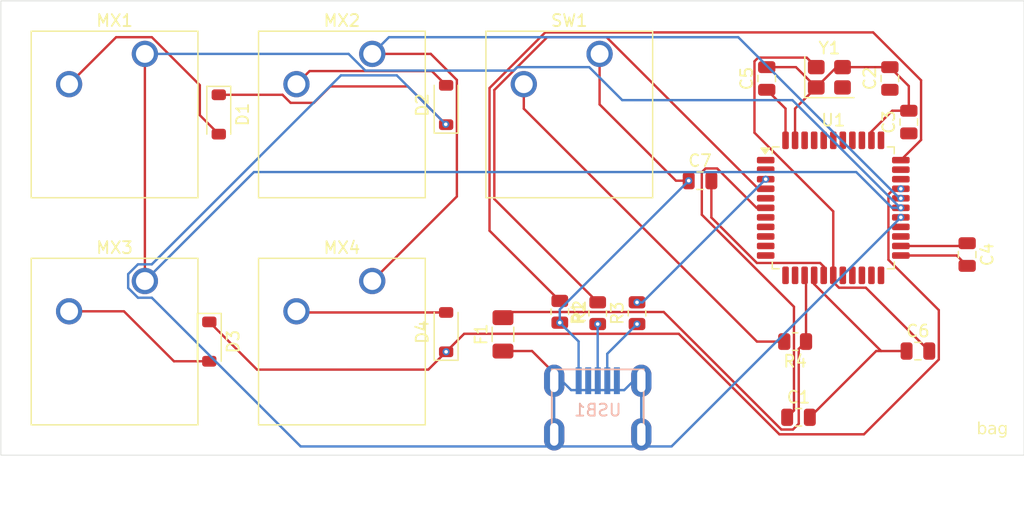
<source format=kicad_pcb>
(kicad_pcb (version 20241229) (generator "pcbnew") (generator_version "9.0")
  (layers (0 "F.Cu" signal) (2 "B.Cu" signal) (13 "F.Paste" user) (15 "B.Paste" user) (5 "F.SilkS" user "F.Silkscreen") (7 "B.SilkS" user "B.Silkscreen") (1 "F.Mask" user) (3 "B.Mask" user) (25 "Edge.Cuts" user))
  (net 0 "")
  (net 1 "Net-(U1-UCAP)")
  (net 2 "GND")
  (net 3 "+5V")
  (net 4 "Net-(U1-XTAL1)")
  (net 5 "Net-(U1-XTAL2)")
  (net 6 "Net-(D1-A)")
  (net 7 "/ROW0")
  (net 8 "Net-(D2-A)")
  (net 9 "Net-(D3-A)")
  (net 10 "/ROW1")
  (net 11 "Net-(D4-A)")
  (net 12 "VCC")
  (net 13 "/COL0")
  (net 14 "/COL1")
  (net 15 "/D+")
  (net 16 "Net-(U1-D+)")
  (net 17 "Net-(U1-~{HWB}{slash}PE2)")
  (net 18 "Net-(U1-D-)")
  (net 19 "/D-")
  (net 20 "Net-(U1-~{RESET})")
  (footprint "Button_Switch_Keyboard:SW_Cherry_MX_1.00u_PCB" (layer "F.Cu") (at 96.99625 97.31375)
    (property "Reference" "MX4" (at -2.54 -2.794 0) (layer "F.SilkS"))
    (property "Value" "MX-NoLED")
    (fp_line (start -9.525 -1.905) (end 4.445 -1.905) (stroke (width 0.12)) (layer "F.SilkS"))
    (fp_line (start -9.525 12.065) (end -9.525 -1.905) (stroke (width 0.12)) (layer "F.SilkS"))
    (fp_line (start 4.445 -1.905) (end 4.445 12.065) (stroke (width 0.12)) (layer "F.SilkS"))
    (fp_line (start 4.445 12.065) (end -9.525 12.065) (stroke (width 0.12)) (layer "F.SilkS"))
    (pad "" np_thru_hole circle (at -7.62 5.08) (size 1.7 1.7) (drill 1.7) (layers "*.Cu" "*.Mask"))
    (pad "" np_thru_hole circle (at -2.54 5.08) (size 4 4) (drill 4) (layers "*.Cu" "*.Mask"))
    (pad "" np_thru_hole circle (at 2.54 5.08) (size 1.7 1.7) (drill 1.7) (layers "*.Cu" "*.Mask"))
    (pad "1" thru_hole circle (at 0 0) (size 2.2 2.2) (drill 1.5) (layers "*.Cu" "*.Mask") (net 14 "/COL1"))
    (pad "2" thru_hole circle (at -6.35 2.54) (size 2.2 2.2) (drill 1.5) (layers "*.Cu" "*.Mask") (net 11 "Net-(D4-A)"))
  )
  (footprint "Resistor_SMD:R_0805_2012Metric" (layer "F.Cu") (at 115.8875 100.0125 90)
    (property "Reference" "R1" (at 0 -1.65 90) (layer "F.SilkS"))
    (property "Value" "22")
    (fp_line (start -0.227064 -0.735) (end 0.227064 -0.735) (stroke (width 0.12)) (layer "F.SilkS"))
    (fp_line (start -0.227064 0.735) (end 0.227064 0.735) (stroke (width 0.12)) (layer "F.SilkS"))
    (pad "1" smd roundrect (at -0.9125 0 90) (size 1.025 1.4) (layers "F.Cu" "F.Mask" "F.Paste") (roundrect_rratio 0.243902) (net 15 "/D+"))
    (pad "2" smd roundrect (at 0.9125 0 90) (size 1.025 1.4) (layers "F.Cu" "F.Mask" "F.Paste") (roundrect_rratio 0.243902) (net 16 "Net-(U1-D+)"))
  )
  (footprint "Resistor_SMD:R_0805_2012Metric" (layer "F.Cu") (at 112.7125 99.89375 -90)
    (property "Reference" "R2" (at 0 -1.65 90) (layer "F.SilkS"))
    (property "Value" "10k")
    (fp_line (start -0.227064 0.735) (end 0.227064 0.735) (stroke (width 0.12)) (layer "F.SilkS"))
    (fp_line (start -0.227064 -0.735) (end 0.227064 -0.735) (stroke (width 0.12)) (layer "F.SilkS"))
    (pad "1" smd roundrect (at -0.9125 0 270) (size 1.025 1.4) (layers "F.Cu" "F.Mask" "F.Paste") (roundrect_rratio 0.243902) (net 17 "Net-(U1-~{HWB}{slash}PE2)"))
    (pad "2" smd roundrect (at 0.9125 0 270) (size 1.025 1.4) (layers "F.Cu" "F.Mask" "F.Paste") (roundrect_rratio 0.243902) (net 2 "GND"))
  )
  (footprint "Capacitor_SMD:C_0805_2012Metric" (layer "F.Cu") (at 146.84375 95.09375 -90)
    (property "Reference" "C4" (at 0 -1.68 90) (layer "F.SilkS"))
    (property "Value" "0.1uF")
    (fp_line (start -0.261252 0.735) (end 0.261252 0.735) (stroke (width 0.12)) (layer "F.SilkS"))
    (fp_line (start -0.261252 -0.735) (end 0.261252 -0.735) (stroke (width 0.12)) (layer "F.SilkS"))
    (pad "1" smd roundrect (at -0.95 0 270) (size 1 1.45) (layers "F.Cu" "F.Mask" "F.Paste") (net 3 "+5V"))
    (pad "2" smd roundrect (at 0.95 0 270) (size 1 1.45) (layers "F.Cu" "F.Mask" "F.Paste") (net 2 "GND"))
  )
  (footprint "Capacitor_SMD:C_0805_2012Metric" (layer "F.Cu") (at 140.36875 80.325 90)
    (property "Reference" "C2" (at 0 -1.68 90) (layer "F.SilkS"))
    (property "Value" "0.1uF")
    (fp_line (start -0.261252 -0.735) (end 0.261252 -0.735) (stroke (width 0.12)) (layer "F.SilkS"))
    (fp_line (start -0.261252 0.735) (end 0.261252 0.735) (stroke (width 0.12)) (layer "F.SilkS"))
    (pad "1" smd roundrect (at -0.95 0 90) (size 1 1.45) (layers "F.Cu" "F.Mask" "F.Paste") (net 3 "+5V"))
    (pad "2" smd roundrect (at 0.95 0 90) (size 1 1.45) (layers "F.Cu" "F.Mask" "F.Paste") (net 2 "GND"))
  )
  (footprint "Diode_SMD:D_SOD-123" (layer "F.Cu") (at 83.34375 102.39375 -90)
    (property "Reference" "D3" (at 0 -2 90) (layer "F.SilkS"))
    (property "Value" "D_Small")
    (fp_line (start -2.36 1) (end 1.65 1) (stroke (width 0.12)) (layer "F.SilkS"))
    (fp_line (start -2.36 -1) (end -2.36 1) (stroke (width 0.12)) (layer "F.SilkS"))
    (fp_line (start -2.36 -1) (end 1.65 -1) (stroke (width 0.12)) (layer "F.SilkS"))
    (pad "1" smd roundrect (at -1.65 0 270) (size 0.9 1.2) (layers "F.Cu" "F.Mask" "F.Paste") (net 10 "/ROW1"))
    (pad "2" smd roundrect (at 1.65 0 270) (size 0.9 1.2) (layers "F.Cu" "F.Mask" "F.Paste") (net 9 "Net-(D3-A)"))
  )
  (footprint "Fuse:Fuse_1206_3216Metric" (layer "F.Cu") (at 107.95 101.7875 90)
    (property "Reference" "F1" (at 0 -1.83 90) (layer "F.SilkS"))
    (property "Value" "Polyfuse_Small")
    (fp_line (start -0.602064 -0.91) (end 0.602064 -0.91) (stroke (width 0.12)) (layer "F.SilkS"))
    (fp_line (start -0.602064 0.91) (end 0.602064 0.91) (stroke (width 0.12)) (layer "F.SilkS"))
    (pad "1" smd roundrect (at -1.4 0 90) (size 1.25 1.75) (layers "F.Cu" "F.Mask" "F.Paste") (roundrect_rratio 0.2) (net 12 "VCC"))
    (pad "2" smd roundrect (at 1.4 0 90) (size 1.25 1.75) (layers "F.Cu" "F.Mask" "F.Paste") (roundrect_rratio 0.2) (net 3 "+5V"))
  )
  (footprint "Capacitor_SMD:C_0805_2012Metric" (layer "F.Cu") (at 141.95625 83.98125 90)
    (property "Reference" "C3" (at 0 -1.68 90) (layer "F.SilkS"))
    (property "Value" "0.1uF")
    (fp_line (start -0.261252 -0.735) (end 0.261252 -0.735) (stroke (width 0.12)) (layer "F.SilkS"))
    (fp_line (start -0.261252 0.735) (end 0.261252 0.735) (stroke (width 0.12)) (layer "F.SilkS"))
    (pad "1" smd roundrect (at -0.95 0 90) (size 1 1.45) (layers "F.Cu" "F.Mask" "F.Paste") (net 3 "+5V"))
    (pad "2" smd roundrect (at 0.95 0 90) (size 1 1.45) (layers "F.Cu" "F.Mask" "F.Paste") (net 2 "GND"))
  )
  (footprint "Diode_SMD:D_SOD-123" (layer "F.Cu") (at 103.1875 82.55 90)
    (property "Reference" "D2" (at 0 -2 90) (layer "F.SilkS"))
    (property "Value" "D_Small")
    (fp_line (start -2.36 -1) (end 1.65 -1) (stroke (width 0.12)) (layer "F.SilkS"))
    (fp_line (start -2.36 -1) (end -2.36 1) (stroke (width 0.12)) (layer "F.SilkS"))
    (fp_line (start -2.36 1) (end 1.65 1) (stroke (width 0.12)) (layer "F.SilkS"))
    (pad "1" smd roundrect (at -1.65 0 90) (size 0.9 1.2) (layers "F.Cu" "F.Mask" "F.Paste") (net 7 "/ROW0"))
    (pad "2" smd roundrect (at 1.65 0 90) (size 0.9 1.2) (layers "F.Cu" "F.Mask" "F.Paste") (net 8 "Net-(D2-A)"))
  )
  (footprint "Package_QFP:TQFP-44_10x10mm_P0.8mm" (layer "F.Cu") (at 135.625 91.175)
    (property "Reference" "U1" (at 0 -7.35 0) (layer "F.SilkS"))
    (property "Value" "ATmega32U4-A")
    (fp_line (start -5.11 -5.11) (end -5.11 -4.535) (stroke (width 0.12)) (layer "F.SilkS"))
    (fp_line (start -5.11 5.11) (end -5.11 4.535) (stroke (width 0.12)) (layer "F.SilkS"))
    (fp_line (start -4.535 -5.11) (end -5.11 -5.11) (stroke (width 0.12)) (layer "F.SilkS"))
    (fp_line (start -4.535 5.11) (end -5.11 5.11) (stroke (width 0.12)) (layer "F.SilkS"))
    (fp_line (start 4.535 -5.11) (end 5.11 -5.11) (stroke (width 0.12)) (layer "F.SilkS"))
    (fp_line (start 4.535 5.11) (end 5.11 5.11) (stroke (width 0.12)) (layer "F.SilkS"))
    (fp_line (start 5.11 -5.11) (end 5.11 -4.535) (stroke (width 0.12)) (layer "F.SilkS"))
    (fp_line (start 5.11 5.11) (end 5.11 4.535) (stroke (width 0.12)) (layer "F.SilkS"))
    (fp_poly (pts (xy -5.7 -4.535) (xy -6.04 -5.005) (xy -5.36 -5.005)) (stroke (width 0.12)) (fill yes) (layer "F.SilkS"))
    (pad "1" smd roundrect (at -5.6625 -4) (size 1.475 0.55) (layers "F.Cu" "F.Mask" "F.Paste"))
    (pad "2" smd roundrect (at -5.6625 -3.2) (size 1.475 0.55) (layers "F.Cu" "F.Mask" "F.Paste") (net 3 "+5V"))
    (pad "3" smd roundrect (at -5.6625 -2.4) (size 1.475 0.55) (layers "F.Cu" "F.Mask" "F.Paste") (net 18 "Net-(U1-D-)"))
    (pad "4" smd roundrect (at -5.6625 -1.6) (size 1.475 0.55) (layers "F.Cu" "F.Mask" "F.Paste") (net 16 "Net-(U1-D+)"))
    (pad "5" smd roundrect (at -5.6625 -0.8) (size 1.475 0.55) (layers "F.Cu" "F.Mask" "F.Paste") (net 2 "GND"))
    (pad "6" smd roundrect (at -5.6625 0) (size 1.475 0.55) (layers "F.Cu" "F.Mask" "F.Paste") (net 1 "Net-(U1-UCAP)"))
    (pad "7" smd roundrect (at -5.6625 0.8) (size 1.475 0.55) (layers "F.Cu" "F.Mask" "F.Paste") (net 3 "+5V"))
    (pad "8" smd roundrect (at -5.6625 1.6) (size 1.475 0.55) (layers "F.Cu" "F.Mask" "F.Paste"))
    (pad "9" smd roundrect (at -5.6625 2.4) (size 1.475 0.55) (layers "F.Cu" "F.Mask" "F.Paste"))
    (pad "10" smd roundrect (at -5.6625 3.2) (size 1.475 0.55) (layers "F.Cu" "F.Mask" "F.Paste"))
    (pad "11" smd roundrect (at -5.6625 4) (size 1.475 0.55) (layers "F.Cu" "F.Mask" "F.Paste"))
    (pad "12" smd roundrect (at -4 5.6625) (size 0.55 1.475) (layers "F.Cu" "F.Mask" "F.Paste"))
    (pad "13" smd roundrect (at -3.2 5.6625) (size 0.55 1.475) (layers "F.Cu" "F.Mask" "F.Paste") (net 20 "Net-(U1-~{RESET})"))
    (pad "14" smd roundrect (at -2.4 5.6625) (size 0.55 1.475) (layers "F.Cu" "F.Mask" "F.Paste") (net 3 "+5V"))
    (pad "15" smd roundrect (at -1.6 5.6625) (size 0.55 1.475) (layers "F.Cu" "F.Mask" "F.Paste") (net 2 "GND"))
    (pad "16" smd roundrect (at -0.8 5.6625) (size 0.55 1.475) (layers "F.Cu" "F.Mask" "F.Paste") (net 5 "Net-(U1-XTAL2)"))
    (pad "17" smd roundrect (at 0 5.6625) (size 0.55 1.475) (layers "F.Cu" "F.Mask" "F.Paste") (net 4 "Net-(U1-XTAL1)"))
    (pad "18" smd roundrect (at 0.8 5.6625) (size 0.55 1.475) (layers "F.Cu" "F.Mask" "F.Paste"))
    (pad "19" smd roundrect (at 1.6 5.6625) (size 0.55 1.475) (layers "F.Cu" "F.Mask" "F.Paste"))
    (pad "20" smd roundrect (at 2.4 5.6625) (size 0.55 1.475) (layers "F.Cu" "F.Mask" "F.Paste"))
    (pad "21" smd roundrect (at 3.2 5.6625) (size 0.55 1.475) (layers "F.Cu" "F.Mask" "F.Paste"))
    (pad "22" smd roundrect (at 4 5.6625) (size 0.55 1.475) (layers "F.Cu" "F.Mask" "F.Paste"))
    (pad "23" smd roundrect (at 5.6625 4) (size 1.475 0.55) (layers "F.Cu" "F.Mask" "F.Paste") (net 2 "GND"))
    (pad "24" smd roundrect (at 5.6625 3.2) (size 1.475 0.55) (layers "F.Cu" "F.Mask" "F.Paste") (net 3 "+5V"))
    (pad "25" smd roundrect (at 5.6625 2.4) (size 1.475 0.55) (layers "F.Cu" "F.Mask" "F.Paste"))
    (pad "26" smd roundrect (at 5.6625 1.6) (size 1.475 0.55) (layers "F.Cu" "F.Mask" "F.Paste"))
    (pad "27" smd roundrect (at 5.6625 0.8) (size 1.475 0.55) (layers "F.Cu" "F.Mask" "F.Paste") (net 7 "/ROW0"))
    (pad "28" smd roundrect (at 5.6625 0) (size 1.475 0.55) (layers "F.Cu" "F.Mask" "F.Paste") (net 13 "/COL0"))
    (pad "29" smd roundrect (at 5.6625 -0.8) (size 1.475 0.55) (layers "F.Cu" "F.Mask" "F.Paste") (net 14 "/COL1"))
    (pad "30" smd roundrect (at 5.6625 -1.6) (size 1.475 0.55) (layers "F.Cu" "F.Mask" "F.Paste") (net 10 "/ROW1"))
    (pad "31" smd roundrect (at 5.6625 -2.4) (size 1.475 0.55) (layers "F.Cu" "F.Mask" "F.Paste"))
    (pad "32" smd roundrect (at 5.6625 -3.2) (size 1.475 0.55) (layers "F.Cu" "F.Mask" "F.Paste"))
    (pad "33" smd roundrect (at 5.6625 -4) (size 1.475 0.55) (layers "F.Cu" "F.Mask" "F.Paste") (net 17 "Net-(U1-~{HWB}{slash}PE2)"))
    (pad "34" smd roundrect (at 4 -5.6625) (size 0.55 1.475) (layers "F.Cu" "F.Mask" "F.Paste") (net 3 "+5V"))
    (pad "35" smd roundrect (at 3.2 -5.6625) (size 0.55 1.475) (layers "F.Cu" "F.Mask" "F.Paste") (net 2 "GND"))
    (pad "36" smd roundrect (at 2.4 -5.6625) (size 0.55 1.475) (layers "F.Cu" "F.Mask" "F.Paste"))
    (pad "37" smd roundrect (at 1.6 -5.6625) (size 0.55 1.475) (layers "F.Cu" "F.Mask" "F.Paste"))
    (pad "38" smd roundrect (at 0.8 -5.6625) (size 0.55 1.475) (layers "F.Cu" "F.Mask" "F.Paste"))
    (pad "39" smd roundrect (at 0 -5.6625) (size 0.55 1.475) (layers "F.Cu" "F.Mask" "F.Paste"))
    (pad "40" smd roundrect (at -0.8 -5.6625) (size 0.55 1.475) (layers "F.Cu" "F.Mask" "F.Paste"))
    (pad "41" smd roundrect (at -1.6 -5.6625) (size 0.55 1.475) (layers "F.Cu" "F.Mask" "F.Paste"))
    (pad "42" smd roundrect (at -2.4 -5.6625) (size 0.55 1.475) (layers "F.Cu" "F.Mask" "F.Paste"))
    (pad "43" smd roundrect (at -3.2 -5.6625) (size 0.55 1.475) (layers "F.Cu" "F.Mask" "F.Paste") (net 2 "GND"))
    (pad "44" smd roundrect (at -4 -5.6625) (size 0.55 1.475) (layers "F.Cu" "F.Mask" "F.Paste") (net 3 "+5V"))
  )
  (footprint "Button_Switch_Keyboard:SW_Cherry_MX_1.00u_PCB" (layer "F.Cu") (at 96.99625 78.26375)
    (property "Reference" "MX2" (at -2.54 -2.794 0) (layer "F.SilkS"))
    (property "Value" "MX-NoLED")
    (fp_line (start -9.525 -1.905) (end 4.445 -1.905) (stroke (width 0.12)) (layer "F.SilkS"))
    (fp_line (start -9.525 12.065) (end -9.525 -1.905) (stroke (width 0.12)) (layer "F.SilkS"))
    (fp_line (start 4.445 -1.905) (end 4.445 12.065) (stroke (width 0.12)) (layer "F.SilkS"))
    (fp_line (start 4.445 12.065) (end -9.525 12.065) (stroke (width 0.12)) (layer "F.SilkS"))
    (pad "" np_thru_hole circle (at -7.62 5.08) (size 1.7 1.7) (drill 1.7) (layers "*.Cu" "*.Mask"))
    (pad "" np_thru_hole circle (at -2.54 5.08) (size 4 4) (drill 4) (layers "*.Cu" "*.Mask"))
    (pad "" np_thru_hole circle (at 2.54 5.08) (size 1.7 1.7) (drill 1.7) (layers "*.Cu" "*.Mask"))
    (pad "1" thru_hole circle (at 0 0) (size 2.2 2.2) (drill 1.5) (layers "*.Cu" "*.Mask") (net 14 "/COL1"))
    (pad "2" thru_hole circle (at -6.35 2.54) (size 2.2 2.2) (drill 1.5) (layers "*.Cu" "*.Mask") (net 8 "Net-(D2-A)"))
  )
  (footprint "Resistor_SMD:R_0805_2012Metric" (layer "F.Cu") (at 119.18125 100.0125 90)
    (property "Reference" "R3" (at 0 -1.65 90) (layer "F.SilkS"))
    (property "Value" "22")
    (fp_line (start -0.227064 -0.735) (end 0.227064 -0.735) (stroke (width 0.12)) (layer "F.SilkS"))
    (fp_line (start -0.227064 0.735) (end 0.227064 0.735) (stroke (width 0.12)) (layer "F.SilkS"))
    (pad "1" smd roundrect (at -0.9125 0 90) (size 1.025 1.4) (layers "F.Cu" "F.Mask" "F.Paste") (roundrect_rratio 0.243902) (net 19 "/D-"))
    (pad "2" smd roundrect (at 0.9125 0 90) (size 1.025 1.4) (layers "F.Cu" "F.Mask" "F.Paste") (roundrect_rratio 0.243902) (net 18 "Net-(U1-D-)"))
  )
  (footprint "Resistor_SMD:R_0805_2012Metric" (layer "F.Cu") (at 132.43125 102.39375 180)
    (property "Reference" "R4" (at 0 -1.65 0) (layer "F.SilkS"))
    (property "Value" "10k")
    (fp_line (start -0.227064 0.735) (end 0.227064 0.735) (stroke (width 0.12)) (layer "F.SilkS"))
    (fp_line (start -0.227064 -0.735) (end 0.227064 -0.735) (stroke (width 0.12)) (layer "F.SilkS"))
    (pad "1" smd roundrect (at -0.9125 0 180) (size 1.025 1.4) (layers "F.Cu" "F.Mask" "F.Paste") (roundrect_rratio 0.243902) (net 3 "+5V"))
    (pad "2" smd roundrect (at 0.9125 0 180) (size 1.025 1.4) (layers "F.Cu" "F.Mask" "F.Paste") (roundrect_rratio 0.243902) (net 20 "Net-(U1-~{RESET})"))
  )
  (footprint "Crystal:Crystal_SMD_3225-4Pin_3.2x2.5mm" (layer "F.Cu") (at 135.3 80.225)
    (property "Reference" "Y1" (at 0 -2.45 0) (layer "F.SilkS"))
    (property "Value" "16MHz")
    (fp_line (start -2.06 -1.71) (end -2.06 1.71) (stroke (width 0.12)) (layer "F.SilkS"))
    (fp_line (start -2.06 1.71) (end 2.06 1.71) (stroke (width 0.12)) (layer "F.SilkS"))
    (pad "1" smd roundrect (at -1.1 0.85) (size 1.4 1.2) (layers "F.Cu" "F.Mask" "F.Paste") (roundrect_rratio 0.208333) (net 2 "GND"))
    (pad "2" smd roundrect (at 1.1 0.85) (size 1.4 1.2) (layers "F.Cu" "F.Mask" "F.Paste") (roundrect_rratio 0.208333) (net 5 "Net-(U1-XTAL2)"))
    (pad "3" smd roundrect (at 1.1 -0.85) (size 1.4 1.2) (layers "F.Cu" "F.Mask" "F.Paste") (roundrect_rratio 0.208333) (net 2 "GND"))
    (pad "4" smd roundrect (at -1.1 -0.85) (size 1.4 1.2) (layers "F.Cu" "F.Mask" "F.Paste") (roundrect_rratio 0.208333) (net 4 "Net-(U1-XTAL1)"))
  )
  (footprint "Button_Switch_Keyboard:SW_Cherry_MX_1.00u_PCB" (layer "F.Cu") (at 116.04625 78.26375)
    (property "Reference" "SW1" (at -2.54 -2.794 0) (layer "F.SilkS"))
    (property "Value" "SW_Push")
    (fp_line (start -9.525 -1.905) (end 4.445 -1.905) (stroke (width 0.12)) (layer "F.SilkS"))
    (fp_line (start -9.525 12.065) (end -9.525 -1.905) (stroke (width 0.12)) (layer "F.SilkS"))
    (fp_line (start 4.445 -1.905) (end 4.445 12.065) (stroke (width 0.12)) (layer "F.SilkS"))
    (fp_line (start 4.445 12.065) (end -9.525 12.065) (stroke (width 0.12)) (layer "F.SilkS"))
    (pad "" np_thru_hole circle (at -7.62 5.08) (size 1.7 1.7) (drill 1.7) (layers "*.Cu" "*.Mask"))
    (pad "" np_thru_hole circle (at -2.54 5.08) (size 4 4) (drill 4) (layers "*.Cu" "*.Mask"))
    (pad "" np_thru_hole circle (at 2.54 5.08) (size 1.7 1.7) (drill 1.7) (layers "*.Cu" "*.Mask"))
    (pad "1" thru_hole circle (at 0 0) (size 2.2 2.2) (drill 1.5) (layers "*.Cu" "*.Mask") (net 2 "GND"))
    (pad "2" thru_hole circle (at -6.35 2.54) (size 2.2 2.2) (drill 1.5) (layers "*.Cu" "*.Mask") (net 20 "Net-(U1-~{RESET})"))
  )
  (footprint "Diode_SMD:D_SOD-123" (layer "F.Cu") (at 103.1875 101.6 90)
    (property "Reference" "D4" (at 0 -2 90) (layer "F.SilkS"))
    (property "Value" "D_Small")
    (fp_line (start -2.36 -1) (end 1.65 -1) (stroke (width 0.12)) (layer "F.SilkS"))
    (fp_line (start -2.36 -1) (end -2.36 1) (stroke (width 0.12)) (layer "F.SilkS"))
    (fp_line (start -2.36 1) (end 1.65 1) (stroke (width 0.12)) (layer "F.SilkS"))
    (pad "1" smd roundrect (at -1.65 0 90) (size 0.9 1.2) (layers "F.Cu" "F.Mask" "F.Paste") (net 10 "/ROW1"))
    (pad "2" smd roundrect (at 1.65 0 90) (size 0.9 1.2) (layers "F.Cu" "F.Mask" "F.Paste") (net 11 "Net-(D4-A)"))
  )
  (footprint "Capacitor_SMD:C_0805_2012Metric" (layer "F.Cu") (at 130.05 80.325 90)
    (property "Reference" "C5" (at 0 -1.68 90) (layer "F.SilkS"))
    (property "Value" "0.1uF")
    (fp_line (start -0.261252 -0.735) (end 0.261252 -0.735) (stroke (width 0.12)) (layer "F.SilkS"))
    (fp_line (start -0.261252 0.735) (end 0.261252 0.735) (stroke (width 0.12)) (layer "F.SilkS"))
    (pad "1" smd roundrect (at -0.95 0 90) (size 1 1.45) (layers "F.Cu" "F.Mask" "F.Paste") (net 3 "+5V"))
    (pad "2" smd roundrect (at 0.95 0 90) (size 1 1.45) (layers "F.Cu" "F.Mask" "F.Paste") (net 2 "GND"))
  )
  (footprint "Button_Switch_Keyboard:SW_Cherry_MX_1.00u_PCB" (layer "F.Cu") (at 77.94625 97.31375)
    (property "Reference" "MX3" (at -2.54 -2.794 0) (layer "F.SilkS"))
    (property "Value" "MX-NoLED")
    (fp_line (start -9.525 -1.905) (end 4.445 -1.905) (stroke (width 0.12)) (layer "F.SilkS"))
    (fp_line (start -9.525 12.065) (end -9.525 -1.905) (stroke (width 0.12)) (layer "F.SilkS"))
    (fp_line (start 4.445 -1.905) (end 4.445 12.065) (stroke (width 0.12)) (layer "F.SilkS"))
    (fp_line (start 4.445 12.065) (end -9.525 12.065) (stroke (width 0.12)) (layer "F.SilkS"))
    (pad "" np_thru_hole circle (at -7.62 5.08) (size 1.7 1.7) (drill 1.7) (layers "*.Cu" "*.Mask"))
    (pad "" np_thru_hole circle (at -2.54 5.08) (size 4 4) (drill 4) (layers "*.Cu" "*.Mask"))
    (pad "" np_thru_hole circle (at 2.54 5.08) (size 1.7 1.7) (drill 1.7) (layers "*.Cu" "*.Mask"))
    (pad "1" thru_hole circle (at 0 0) (size 2.2 2.2) (drill 1.5) (layers "*.Cu" "*.Mask") (net 13 "/COL0"))
    (pad "2" thru_hole circle (at -6.35 2.54) (size 2.2 2.2) (drill 1.5) (layers "*.Cu" "*.Mask") (net 9 "Net-(D3-A)"))
  )
  (footprint "Button_Switch_Keyboard:SW_Cherry_MX_1.00u_PCB" (layer "F.Cu") (at 77.94625 78.26375)
    (property "Reference" "MX1" (at -2.54 -2.794 0) (layer "F.SilkS"))
    (property "Value" "MX-NoLED")
    (fp_line (start -9.525 -1.905) (end 4.445 -1.905) (stroke (width 0.12)) (layer "F.SilkS"))
    (fp_line (start -9.525 12.065) (end -9.525 -1.905) (stroke (width 0.12)) (layer "F.SilkS"))
    (fp_line (start 4.445 -1.905) (end 4.445 12.065) (stroke (width 0.12)) (layer "F.SilkS"))
    (fp_line (start 4.445 12.065) (end -9.525 12.065) (stroke (width 0.12)) (layer "F.SilkS"))
    (pad "" np_thru_hole circle (at -7.62 5.08) (size 1.7 1.7) (drill 1.7) (layers "*.Cu" "*.Mask"))
    (pad "" np_thru_hole circle (at -2.54 5.08) (size 4 4) (drill 4) (layers "*.Cu" "*.Mask"))
    (pad "" np_thru_hole circle (at 2.54 5.08) (size 1.7 1.7) (drill 1.7) (layers "*.Cu" "*.Mask"))
    (pad "1" thru_hole circle (at 0 0) (size 2.2 2.2) (drill 1.5) (layers "*.Cu" "*.Mask") (net 13 "/COL0"))
    (pad "2" thru_hole circle (at -6.35 2.54) (size 2.2 2.2) (drill 1.5) (layers "*.Cu" "*.Mask") (net 6 "Net-(D1-A)"))
  )
  (footprint "Capacitor_SMD:C_0805_2012Metric" (layer "F.Cu") (at 124.4625 88.9)
    (property "Reference" "C7" (at 0 -1.68 0) (layer "F.SilkS"))
    (property "Value" "22pF")
    (fp_line (start -0.261252 -0.735) (end 0.261252 -0.735) (stroke (width 0.12)) (layer "F.SilkS"))
    (fp_line (start -0.261252 0.735) (end 0.261252 0.735) (stroke (width 0.12)) (layer "F.SilkS"))
    (pad "1" smd roundrect (at -0.95 0) (size 1 1.45) (layers "F.Cu" "F.Mask" "F.Paste") (net 2 "GND"))
    (pad "2" smd roundrect (at 0.95 0) (size 1 1.45) (layers "F.Cu" "F.Mask" "F.Paste") (net 5 "Net-(U1-XTAL2)"))
  )
  (footprint "Diode_SMD:D_SOD-123" (layer "F.Cu") (at 84.1375 83.34375 -90)
    (property "Reference" "D1" (at 0 -2 90) (layer "F.SilkS"))
    (property "Value" "D_Small")
    (fp_line (start -2.36 1) (end 1.65 1) (stroke (width 0.12)) (layer "F.SilkS"))
    (fp_line (start -2.36 -1) (end -2.36 1) (stroke (width 0.12)) (layer "F.SilkS"))
    (fp_line (start -2.36 -1) (end 1.65 -1) (stroke (width 0.12)) (layer "F.SilkS"))
    (pad "1" smd roundrect (at -1.65 0 270) (size 0.9 1.2) (layers "F.Cu" "F.Mask" "F.Paste") (net 7 "/ROW0"))
    (pad "2" smd roundrect (at 1.65 0 270) (size 0.9 1.2) (layers "F.Cu" "F.Mask" "F.Paste") (net 6 "Net-(D1-A)"))
  )
  (footprint "Capacitor_SMD:C_0805_2012Metric" (layer "F.Cu") (at 142.71875 103.1875)
    (property "Reference" "C6" (at 0 -1.68 0) (layer "F.SilkS"))
    (property "Value" "22pF")
    (fp_line (start -0.261252 -0.735) (end 0.261252 -0.735) (stroke (width 0.12)) (layer "F.SilkS"))
    (fp_line (start -0.261252 0.735) (end 0.261252 0.735) (stroke (width 0.12)) (layer "F.SilkS"))
    (pad "1" smd roundrect (at -0.95 0) (size 1 1.45) (layers "F.Cu" "F.Mask" "F.Paste") (net 2 "GND"))
    (pad "2" smd roundrect (at 0.95 0) (size 1 1.45) (layers "F.Cu" "F.Mask" "F.Paste") (net 4 "Net-(U1-XTAL1)"))
  )
  (footprint "Capacitor_SMD:C_0805_2012Metric" (layer "F.Cu") (at 132.7125 108.74375)
    (property "Reference" "C1" (at 0 -1.68 0) (layer "F.SilkS"))
    (property "Value" "1uF")
    (fp_line (start -0.261252 -0.735) (end 0.261252 -0.735) (stroke (width 0.12)) (layer "F.SilkS"))
    (fp_line (start -0.261252 0.735) (end 0.261252 0.735) (stroke (width 0.12)) (layer "F.SilkS"))
    (pad "1" smd roundrect (at -0.95 0) (size 1 1.45) (layers "F.Cu" "F.Mask" "F.Paste") (net 1 "Net-(U1-UCAP)"))
    (pad "2" smd roundrect (at 0.95 0) (size 1 1.45) (layers "F.Cu" "F.Mask" "F.Paste") (net 2 "GND"))
  )
  (footprint "PRAND:Molex-0548190589" (layer "B.Cu") (at 115.892795 110.177714 90)
    (property "Reference" "USB1" (at 2.032 0 0) (layer "B.SilkS") (effects (justify mirror)))
    (property "Value" "Molex-0548190589")
    (fp_line (start 0 -3.85) (end 5.45 -3.85) (stroke (width 0.15)) (layer "B.SilkS"))
    (fp_line (start 5.45 3.85) (end 5.45 -3.85) (stroke (width 0.15)) (layer "B.SilkS"))
    (fp_line (start 0 3.85) (end 5.45 3.85) (stroke (width 0.15)) (layer "B.SilkS"))
    (pad "1" smd rect (at 4.5 -1.6 90) (size 2.25 0.5) (layers "B.Cu" "B.Mask" "B.Paste") (net 2 "GND"))
    (pad "2" smd rect (at 4.5 -0.8 90) (size 2.25 0.5) (layers "B.Cu" "B.Mask" "B.Paste"))
    (pad "3" smd rect (at 4.5 0 90) (size 2.25 0.5) (layers "B.Cu" "B.Mask" "B.Paste") (net 15 "/D+"))
    (pad "4" smd rect (at 4.5 0.8 90) (size 2.25 0.5) (layers "B.Cu" "B.Mask" "B.Paste") (net 19 "/D-"))
    (pad "5" smd rect (at 4.5 1.6 90) (size 2.25 0.5) (layers "B.Cu" "B.Mask" "B.Paste"))
    (pad "6" thru_hole oval (at 0 -3.65 90) (size 2.7 1.7) (drill oval 1.9 0.7) (layers "*.Cu" "*.Mask") (net 12 "VCC"))
    (pad "6" thru_hole oval (at 0 3.65 90) (size 2.7 1.7) (drill oval 1.9 0.7) (layers "*.Cu" "*.Mask") (net 12 "VCC"))
    (pad "6" thru_hole oval (at 4.5 -3.65 90) (size 2.7 1.7) (drill oval 1.9 0.7) (layers "*.Cu" "*.Mask") (net 12 "VCC"))
    (pad "6" thru_hole oval (at 4.5 3.65 90) (size 2.7 1.7) (drill oval 1.9 0.7) (layers "*.Cu" "*.Mask") (net 12 "VCC"))
  )
  (gr_rect (start 65.88125 73.81875) (end 151.60625 111.91875) (stroke (width 0.05)) (fill no) (layer "Edge.Cuts"))
  (gr_text "bag" (at 147.6375 110.33125 0) (layer "F.SilkS") (effects (font (size 1 1) (thickness 0.1)) (justify left bottom)))
  (segment (start 124.6115 88.18984) (end 124.92734 87.874) (width 0.2) (layer "F.Cu") (net 1))
  (segment (start 125.89766 87.874) (end 129.19866 91.175) (width 0.2) (layer "F.Cu") (net 1))
  (segment (start 129.19866 91.175) (end 129.9625 91.175) (width 0.2) (layer "F.Cu") (net 1))
  (segment (start 132.33225 99.473294) (end 124.6115 91.752544) (width 0.2) (layer "F.Cu") (net 1))
  (segment (start 124.92734 87.874) (end 125.89766 87.874) (width 0.2) (layer "F.Cu") (net 1))
  (segment (start 131.7625 108.74375) (end 132.33225 108.174) (width 0.2) (layer "F.Cu") (net 1))
  (segment (start 124.6115 91.752544) (end 124.6115 88.18984) (width 0.2) (layer "F.Cu") (net 1))
  (segment (start 132.33225 108.174) (end 132.33225 99.473294) (width 0.2) (layer "F.Cu") (net 1))
  (segment (start 138.825 84.775001) (end 140.568751 83.03125) (width 0.2) (layer "F.Cu") (net 2))
  (segment (start 116.04625 82.50222) (end 116.04625 78.26375) (width 0.2) (layer "F.Cu") (net 2))
  (segment (start 145.975 95.175) (end 146.84375 96.04375) (width 0.2) (layer "F.Cu") (net 2))
  (segment (start 140.36875 79.375) (end 141.95625 80.9625) (width 0.2) (layer "F.Cu") (net 2))
  (segment (start 135.9 79.375) (end 134.2 81.075) (width 0.2) (layer "F.Cu") (net 2))
  (segment (start 133.6625 108.74375) (end 139.21875 103.1875) (width 0.2) (layer "F.Cu") (net 2))
  (segment (start 141.76875 103.1875) (end 139.637501 103.1875) (width 0.2) (layer "F.Cu") (net 2))
  (segment (start 140.568751 83.03125) (end 141.95625 83.03125) (width 0.2) (layer "F.Cu") (net 2))
  (segment (start 136.4 79.375) (end 135.9 79.375) (width 0.2) (layer "F.Cu") (net 2))
  (segment (start 134.2 81.075) (end 132.425 82.85) (width 0.2) (layer "F.Cu") (net 2))
  (segment (start 132.425 82.85) (end 132.425 85.5125) (width 0.2) (layer "F.Cu") (net 2))
  (segment (start 130.05 79.375) (end 132.5 79.375) (width 0.2) (layer "F.Cu") (net 2))
  (segment (start 138.825 85.5125) (end 138.825 84.775001) (width 0.2) (layer "F.Cu") (net 2))
  (segment (start 139.637501 103.1875) (end 134.025 97.574999) (width 0.2) (layer "F.Cu") (net 2))
  (segment (start 122.44403 88.9) (end 116.04625 82.50222) (width 0.2) (layer "F.Cu") (net 2))
  (segment (start 141.95625 80.9625) (end 141.95625 83.03125) (width 0.2) (layer "F.Cu") (net 2))
  (segment (start 136.4 79.375) (end 140.36875 79.375) (width 0.2) (layer "F.Cu") (net 2))
  (segment (start 132.5 79.375) (end 134.2 81.075) (width 0.2) (layer "F.Cu") (net 2))
  (segment (start 123.5125 88.9) (end 122.44403 88.9) (width 0.2) (layer "F.Cu") (net 2))
  (segment (start 134.025 97.574999) (end 134.025 96.8375) (width 0.2) (layer "F.Cu") (net 2))
  (segment (start 141.2875 95.175) (end 145.975 95.175) (width 0.2) (layer "F.Cu") (net 2))
  (segment (start 139.21875 103.1875) (end 139.637501 103.1875) (width 0.2) (layer "F.Cu") (net 2))
  (via (at 112.7125 100.80625) (size 0.6) (drill 0.3) (layers "F.Cu" "B.Cu") (net 2))
  (via (at 123.5125 88.9) (size 0.6) (drill 0.3) (layers "F.Cu" "B.Cu") (net 2))
  (segment (start 112.7125 100.80625) (end 112.7125 99.7) (width 0.2) (layer "B.Cu") (net 2))
  (segment (start 112.7125 99.7) (end 123.5125 88.9) (width 0.2) (layer "B.Cu") (net 2))
  (segment (start 114.2875 105.0375) (end 114.2875 102.38125) (width 0.2) (layer "B.Cu") (net 2))
  (segment (start 114.2875 102.38125) (end 112.7125 100.80625) (width 0.2) (layer "B.Cu") (net 2))
  (segment (start 130.05 81.0875) (end 130.175 80.9625) (width 0.2) (layer "F.Cu") (net 3))
  (segment (start 146.84375 94.14375) (end 146.6125 94.375) (width 0.2) (layer "F.Cu") (net 3))
  (segment (start 132.73325 109.28416) (end 132.73325 103.00425) (width 0.2) (layer "F.Cu") (net 3))
  (segment (start 107.95 100.3875) (end 108.424 99.9135) (width 0.2) (layer "F.Cu") (net 3))
  (segment (start 108.424 99.9135) (end 121.42109 99.9135) (width 0.2) (layer "F.Cu") (net 3))
  (segment (start 133.34375 102.39375) (end 133.34375 96.95625) (width 0.2) (layer "F.Cu") (net 3))
  (segment (start 146.6125 94.375) (end 141.2875 94.375) (width 0.2) (layer "F.Cu") (net 3))
  (segment (start 131.27734 109.76975) (end 132.24766 109.76975) (width 0.2) (layer "F.Cu") (net 3))
  (segment (start 130.05 81.275) (end 131.625 82.85) (width 0.2) (layer "F.Cu") (net 3))
  (segment (start 133.34375 96.95625) (end 133.225 96.8375) (width 0.2) (layer "F.Cu") (net 3))
  (segment (start 130.05 81.275) (end 130.05 81.0875) (width 0.2) (layer "F.Cu") (net 3))
  (segment (start 131.625 82.85) (end 131.625 85.5125) (width 0.2) (layer "F.Cu") (net 3))
  (segment (start 132.24766 109.76975) (end 132.73325 109.28416) (width 0.2) (layer "F.Cu") (net 3))
  (segment (start 132.73325 103.00425) (end 133.34375 102.39375) (width 0.2) (layer "F.Cu") (net 3))
  (segment (start 121.42109 99.9135) (end 131.27734 109.76975) (width 0.2) (layer "F.Cu") (net 3))
  (segment (start 138.35725 97.876) (end 136.102056 97.876) (width 0.2) (layer "F.Cu") (net 4))
  (segment (start 136.102056 97.876) (end 135.625 97.398944) (width 0.2) (layer "F.Cu") (net 4))
  (segment (start 133.399 78.574) (end 129.33984 78.574) (width 0.2) (layer "F.Cu") (net 4))
  (segment (start 135.625 91.476056) (end 135.625 96.8375) (width 0.2) (layer "F.Cu") (net 4))
  (segment (start 135.625 97.398944) (end 135.625 96.8375) (width 0.2) (layer "F.Cu") (net 4))
  (segment (start 134.2 79.375) (end 133.399 78.574) (width 0.2) (layer "F.Cu") (net 4))
  (segment (start 143.66875 103.1875) (end 138.35725 97.876) (width 0.2) (layer "F.Cu") (net 4))
  (segment (start 129.024 84.875056) (end 135.625 91.476056) (width 0.2) (layer "F.Cu") (net 4))
  (segment (start 129.024 78.88984) (end 129.024 84.875056) (width 0.2) (layer "F.Cu") (net 4))
  (segment (start 129.33984 78.574) (end 129.024 78.88984) (width 0.2) (layer "F.Cu") (net 4))
  (segment (start 134.523999 95.799) (end 134.825 96.100001) (width 0.2) (layer "F.Cu") (net 5))
  (segment (start 129.225056 95.799) (end 134.523999 95.799) (width 0.2) (layer "F.Cu") (net 5))
  (segment (start 134.825 96.100001) (end 134.825 96.8375) (width 0.2) (layer "F.Cu") (net 5))
  (segment (start 125.4125 88.9) (end 125.4125 91.986444) (width 0.2) (layer "F.Cu") (net 5))
  (segment (start 125.4125 91.986444) (end 129.225056 95.799) (width 0.2) (layer "F.Cu") (net 5))
  (segment (start 75.53725 76.86275) (end 78.526564 76.86275) (width 0.2) (layer "F.Cu") (net 6))
  (segment (start 82.55 80.886186) (end 82.55 83.40625) (width 0.2) (layer "F.Cu") (net 6))
  (segment (start 71.59625 80.80375) (end 75.53725 76.86275) (width 0.2) (layer "F.Cu") (net 6))
  (segment (start 82.55 83.40625) (end 84.1375 84.99375) (width 0.2) (layer "F.Cu") (net 6))
  (segment (start 78.526564 76.86275) (end 82.55 80.886186) (width 0.2) (layer "F.Cu") (net 6))
  (segment (start 90.157618 82.369934) (end 92.10525 82.369934) (width 0.2) (layer "F.Cu") (net 7))
  (segment (start 93.482434 80.99275) (end 99.98025 80.99275) (width 0.2) (layer "F.Cu") (net 7))
  (segment (start 84.1375 81.69375) (end 89.481434 81.69375) (width 0.2) (layer "F.Cu") (net 7))
  (segment (start 99.98025 80.99275) (end 103.15625 84.16875) (width 0.2) (layer "F.Cu") (net 7))
  (segment (start 92.10525 82.369934) (end 93.482434 80.99275) (width 0.2) (layer "F.Cu") (net 7))
  (segment (start 89.481434 81.69375) (end 90.157618 82.369934) (width 0.2) (layer "F.Cu") (net 7))
  (segment (start 103.15625 84.16875) (end 103.1875 84.2) (width 0.2) (layer "F.Cu") (net 7))
  (via (at 141.2875 91.975) (size 0.6) (drill 0.3) (layers "F.Cu" "B.Cu") (net 7))
  (via (at 103.15625 84.16875) (size 0.6) (drill 0.3) (layers "F.Cu" "B.Cu") (net 7))
  (segment (start 77.365936 95.91275) (end 76.54525 96.733436) (width 0.2) (layer "B.Cu") (net 7))
  (segment (start 122.074 111.1885) (end 141.2875 91.975) (width 0.2) (layer "B.Cu") (net 7))
  (segment (start 91.000314 111.1885) (end 122.074 111.1885) (width 0.2) (layer "B.Cu") (net 7))
  (segment (start 103.15625 84.16875) (end 99.05325 80.06575) (width 0.2) (layer "B.Cu") (net 7))
  (segment (start 78.526564 98.71475) (end 91.000314 111.1885) (width 0.2) (layer "B.Cu") (net 7))
  (segment (start 76.54525 97.894064) (end 77.365936 98.71475) (width 0.2) (layer "B.Cu") (net 7))
  (segment (start 94.373564 80.06575) (end 78.526564 95.91275) (width 0.2) (layer "B.Cu") (net 7))
  (segment (start 78.526564 95.91275) (end 77.365936 95.91275) (width 0.2) (layer "B.Cu") (net 7))
  (segment (start 99.05325 80.06575) (end 94.373564 80.06575) (width 0.2) (layer "B.Cu") (net 7))
  (segment (start 77.365936 98.71475) (end 78.526564 98.71475) (width 0.2) (layer "B.Cu") (net 7))
  (segment (start 76.54525 96.733436) (end 76.54525 97.894064) (width 0.2) (layer "B.Cu") (net 7))
  (segment (start 103.1875 80.9) (end 101.991251 79.703751) (width 0.2) (layer "F.Cu") (net 8))
  (segment (start 101.991251 79.703751) (end 91.746249 79.703751) (width 0.2) (layer "F.Cu") (net 8))
  (segment (start 91.746249 79.703751) (end 90.64625 80.80375) (width 0.2) (layer "F.Cu") (net 8))
  (segment (start 83.34375 104.04375) (end 80.381066 104.04375) (width 0.2) (layer "F.Cu") (net 9))
  (segment (start 76.191066 99.85375) (end 71.59625 99.85375) (width 0.2) (layer "F.Cu") (net 9))
  (segment (start 80.381066 104.04375) (end 76.191066 99.85375) (width 0.2) (layer "F.Cu") (net 9))
  (segment (start 87.34475 104.74475) (end 83.34375 100.74375) (width 0.2) (layer "F.Cu") (net 10))
  (segment (start 140.249 95.532956) (end 140.249 90.052056) (width 0.2) (layer "F.Cu") (net 10))
  (segment (start 144.46975 99.753706) (end 140.249 95.532956) (width 0.2) (layer "F.Cu") (net 10))
  (segment (start 138.19666 110.17075) (end 144.46975 103.89766) (width 0.2) (layer "F.Cu") (net 10))
  (segment (start 103.1875 103.25) (end 104.699 101.7385) (width 0.2) (layer "F.Cu") (net 10))
  (segment (start 140.726056 89.575) (end 141.2875 89.575) (width 0.2) (layer "F.Cu") (net 10))
  (segment (start 131.11124 110.17075) (end 138.19666 110.17075) (width 0.2) (layer "F.Cu") (net 10))
  (segment (start 144.46975 103.89766) (end 144.46975 99.753706) (width 0.2) (layer "F.Cu") (net 10))
  (segment (start 101.69275 104.74475) (end 87.34475 104.74475) (width 0.2) (layer "F.Cu") (net 10))
  (segment (start 104.699 101.7385) (end 122.67899 101.7385) (width 0.2) (layer "F.Cu") (net 10))
  (segment (start 140.249 90.052056) (end 140.726056 89.575) (width 0.2) (layer "F.Cu") (net 10))
  (segment (start 122.67899 101.7385) (end 131.11124 110.17075) (width 0.2) (layer "F.Cu") (net 10))
  (segment (start 103.1875 103.25) (end 101.69275 104.74475) (width 0.2) (layer "F.Cu") (net 10))
  (via (at 141.2875 89.575) (size 0.6) (drill 0.3) (layers "F.Cu" "B.Cu") (net 10))
  (via (at 103.1875 103.25) (size 0.6) (drill 0.3) (layers "F.Cu" "B.Cu") (net 10))
  (segment (start 90.7425 99.95) (end 90.64625 99.85375) (width 0.2) (layer "F.Cu") (net 11))
  (segment (start 103.1875 99.95) (end 90.7425 99.95) (width 0.2) (layer "F.Cu") (net 11))
  (segment (start 107.95 103.1875) (end 110.3875 103.1875) (width 0.2) (layer "F.Cu") (net 12))
  (segment (start 110.3875 103.1875) (end 112.2375 105.0375) (width 0.2) (layer "F.Cu") (net 12))
  (segment (start 118.1115 106.4635) (end 119.5375 105.0375) (width 0.2) (layer "B.Cu") (net 12))
  (segment (start 119.5375 105.0375) (end 119.5375 109.5375) (width 0.2) (layer "B.Cu") (net 12))
  (segment (start 113.6635 106.4635) (end 118.1115 106.4635) (width 0.2) (layer "B.Cu") (net 12))
  (segment (start 112.2375 105.0375) (end 113.6635 106.4635) (width 0.2) (layer "B.Cu") (net 12))
  (segment (start 112.2375 105.0375) (end 112.2375 109.5375) (width 0.2) (layer "B.Cu") (net 12))
  (segment (start 77.94625 97.31375) (end 77.94625 78.26375) (width 0.2) (layer "F.Cu") (net 13))
  (via (at 141.2875 91.175) (size 0.6) (drill 0.3) (layers "F.Cu" "B.Cu") (net 13))
  (segment (start 77.94625 78.26375) (end 95.014936 78.26375) (width 0.2) (layer "B.Cu") (net 13))
  (segment (start 109.143686 79.375) (end 115.176186 79.375) (width 0.2) (layer "B.Cu") (net 13))
  (segment (start 95.014936 78.26375) (end 96.415936 79.66475) (width 0.2) (layer "B.Cu") (net 13))
  (segment (start 108.853936 79.66475) (end 109.143686 79.375) (width 0.2) (layer "B.Cu") (net 13))
  (segment (start 115.176186 79.375) (end 117.943936 82.14275) (width 0.2) (layer "B.Cu") (net 13))
  (segment (start 132.205307 82.14275) (end 141.237557 91.175) (width 0.2) (layer "B.Cu") (net 13))
  (segment (start 117.943936 82.14275) (end 132.205307 82.14275) (width 0.2) (layer "B.Cu") (net 13))
  (segment (start 77.94625 97.31375) (end 87.086 88.174) (width 0.2) (layer "B.Cu") (net 13))
  (segment (start 137.549001 88.174) (end 140.550001 91.175) (width 0.2) (layer "B.Cu") (net 13))
  (segment (start 141.237557 91.175) (end 141.2875 91.175) (width 0.2) (layer "B.Cu") (net 13))
  (segment (start 140.550001 91.175) (end 141.2875 91.175) (width 0.2) (layer "B.Cu") (net 13))
  (segment (start 87.086 88.174) (end 137.549001 88.174) (width 0.2) (layer "B.Cu") (net 13))
  (segment (start 96.415936 79.66475) (end 108.853936 79.66475) (width 0.2) (layer "B.Cu") (net 13))
  (segment (start 101.90136 78.26375) (end 104.0885 80.45089) (width 0.2) (layer "F.Cu") (net 14))
  (segment (start 104.0885 80.45089) (end 104.0885 90.2215) (width 0.2) (layer "F.Cu") (net 14))
  (segment (start 96.99625 78.26375) (end 101.90136 78.26375) (width 0.2) (layer "F.Cu") (net 14))
  (segment (start 104.0885 90.2215) (end 96.99625 97.31375) (width 0.2) (layer "F.Cu") (net 14))
  (via (at 141.2875 90.375) (size 0.6) (drill 0.3) (layers "F.Cu" "B.Cu") (net 14))
  (segment (start 127.66275 76.86275) (end 141.175 90.375) (width 0.2) (layer "B.Cu") (net 14))
  (segment (start 96.99625 78.26375) (end 98.39725 76.86275) (width 0.2) (layer "B.Cu") (net 14))
  (segment (start 98.39725 76.86275) (end 127.66275 76.86275) (width 0.2) (layer "B.Cu") (net 14))
  (segment (start 141.175 90.375) (end 141.2875 90.375) (width 0.2) (layer "B.Cu") (net 14))
  (via (at 115.8875 100.925) (size 0.6) (drill 0.3) (layers "F.Cu" "B.Cu") (net 15))
  (segment (start 115.8875 105.0375) (end 115.8875 100.925) (width 0.2) (layer "B.Cu") (net 15))
  (segment (start 116.626564 76.86275) (end 129.338814 89.575) (width 0.2) (layer "F.Cu") (net 16))
  (segment (start 111.655936 76.86275) (end 116.626564 76.86275) (width 0.2) (layer "F.Cu") (net 16))
  (segment (start 129.338814 89.575) (end 129.9625 89.575) (width 0.2) (layer "F.Cu") (net 16))
  (segment (start 115.8875 99.1) (end 107.22525 90.43775) (width 0.2) (layer "F.Cu") (net 16))
  (segment (start 107.22525 90.43775) (end 107.22525 81.293436) (width 0.2) (layer "F.Cu") (net 16))
  (segment (start 107.22525 81.293436) (end 111.655936 76.86275) (width 0.2) (layer "F.Cu") (net 16))
  (segment (start 138.96666 76.46175) (end 142.98225 80.47734) (width 0.2) (layer "F.Cu") (net 17))
  (segment (start 111.489836 76.46175) (end 138.96666 76.46175) (width 0.2) (layer "F.Cu") (net 17))
  (segment (start 142.98225 85.48025) (end 141.2875 87.175) (width 0.2) (layer "F.Cu") (net 17))
  (segment (start 142.98225 80.47734) (end 142.98225 85.48025) (width 0.2) (layer "F.Cu") (net 17))
  (segment (start 106.82425 93.093) (end 106.82425 81.127336) (width 0.2) (layer "F.Cu") (net 17))
  (segment (start 112.7125 98.98125) (end 106.82425 93.093) (width 0.2) (layer "F.Cu") (net 17))
  (segment (start 106.82425 81.127336) (end 111.489836 76.46175) (width 0.2) (layer "F.Cu") (net 17))
  (via (at 119.18125 99.1) (size 0.6) (drill 0.3) (layers "F.Cu" "B.Cu") (net 18))
  (via (at 129.9625 88.775) (size 0.6) (drill 0.3) (layers "F.Cu" "B.Cu") (net 18))
  (segment (start 119.6375 99.1) (end 129.9625 88.775) (width 0.2) (layer "B.Cu") (net 18))
  (segment (start 119.18125 99.1) (end 119.6375 99.1) (width 0.2) (layer "B.Cu") (net 18))
  (via (at 119.18125 100.925) (size 0.6) (drill 0.3) (layers "F.Cu" "B.Cu") (net 19))
  (segment (start 116.6875 105.0375) (end 116.6875 103.41875) (width 0.2) (layer "B.Cu") (net 19))
  (segment (start 116.6875 103.41875) (end 119.18125 100.925) (width 0.2) (layer "B.Cu") (net 19))
  (segment (start 109.69625 82.858566) (end 129.231434 102.39375) (width 0.2) (layer "F.Cu") (net 20))
  (segment (start 109.69625 80.80375) (end 109.69625 82.858566) (width 0.2) (layer "F.Cu") (net 20))
  (segment (start 129.231434 102.39375) (end 131.51875 102.39375) (width 0.2) (layer "F.Cu") (net 20))
)
</source>
